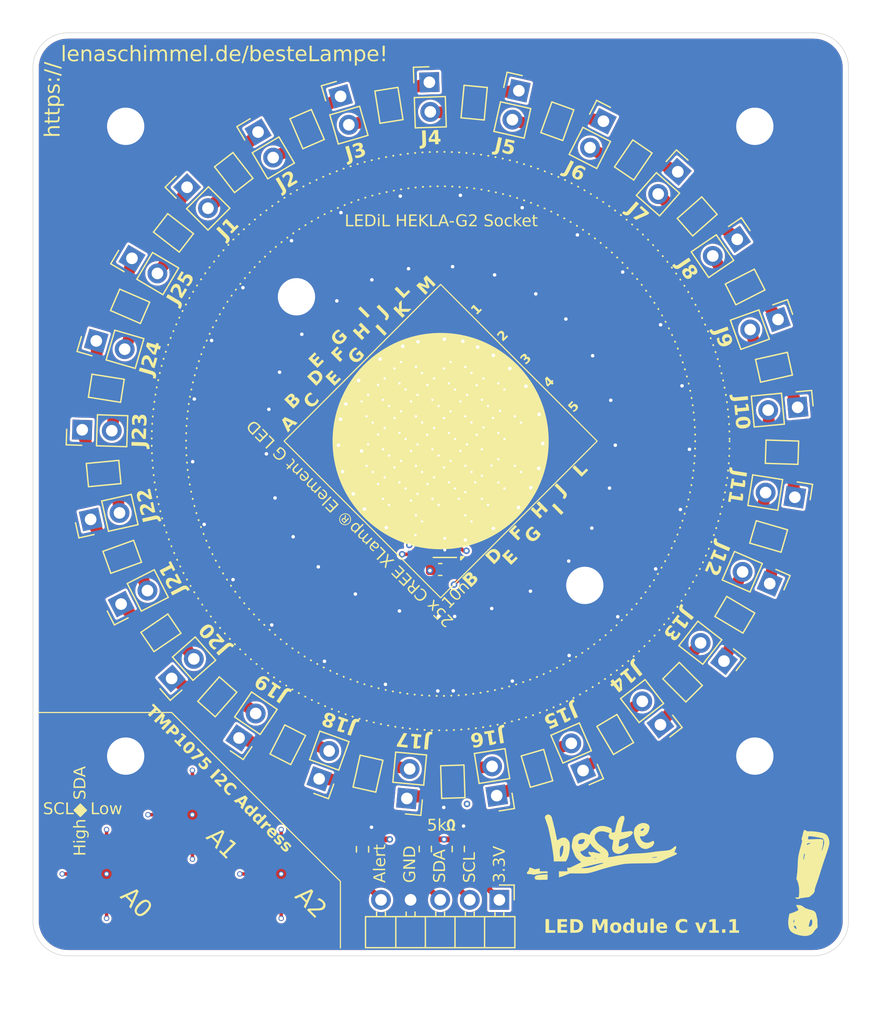
<source format=kicad_pcb>
(kicad_pcb (version 20240108) (generator "pcbnew") (generator_version "8.0")
  (title_block (title "besteLampe! LED Moudule C") (date "2024-03-24") (rev "1.1") (comment 1 "See  https://lenaschimmel.de/besteLampe! for the source and more information") (comment 2 "This source describes Open Hardware and is licensed under the CERN-OHL-S v2.") (comment 3 "Copyright 2024 Lena Schimmel <mail@lenaschimmel.de>"))
  (layers (0 "F.Cu" signal) (1 "In1.Cu" signal) (2 "In2.Cu" signal) (31 "B.Cu" signal) (34 "B.Paste" user) (35 "F.Paste" user) (36 "B.SilkS" user "B.Silkscreen") (37 "F.SilkS" user "F.Silkscreen") (38 "B.Mask" user) (39 "F.Mask" user) (44 "Edge.Cuts" user))
  (net 0 "")
  (net 1 "GND")
  (net 2 "/A_1E")
  (net 3 "/A_1G")
  (net 4 "/A_1I")
  (net 5 "/A_2B")
  (net 6 "/A_2D")
  (net 7 "/A_2F")
  (net 8 "/A_2H")
  (net 9 "/A_2J")
  (net 10 "/A_2L")
  (net 11 "/A_3A")
  (net 12 "/A_3C")
  (net 13 "/A_3E")
  (net 14 "/A_3G")
  (net 15 "/A_3I")
  (net 16 "/A_3K")
  (net 17 "/A_3M")
  (net 18 "/A_4B")
  (net 19 "/A_4D")
  (net 20 "/A_4F")
  (net 21 "/A_4H")
  (net 22 "/A4J")
  (net 23 "/A_4L")
  (net 24 "/A_5E")
  (net 25 "/A_5G")
  (net 26 "/A_5I")
  (net 27 "/K_1E")
  (net 28 "/K_1G")
  (net 29 "/K_1I")
  (net 30 "/K_2B")
  (net 31 "/K_2D")
  (net 32 "/K_2F")
  (net 33 "/K_2H")
  (net 34 "/K_2J")
  (net 35 "/K_2L")
  (net 36 "/K_3A")
  (net 37 "/K_3C")
  (net 38 "/K_3E")
  (net 39 "/K_3G")
  (net 40 "/K_3I")
  (net 41 "/K_3K")
  (net 42 "/K_3M")
  (net 43 "/K_4B")
  (net 44 "/K_4D")
  (net 45 "/K_4H")
  (net 46 "/K_4J")
  (net 47 "/K_4L")
  (net 48 "/K_5E")
  (net 49 "/K_5G")
  (net 50 "/K_5I")
  (net 51 "/K_4F")
  (net 52 "+3.3V")
  (net 53 "/SCL")
  (net 54 "/A0")
  (net 55 "/A1")
  (net 56 "/A2")
  (net 57 "/SDA")
  (net 58 "/ALERT")
  (footprint "Cree XLAMP XE-G LED XEGAVT-H0:XEGAVTH_clean" (layer "F.Cu") (at 95.802298 100.044939 45)
    (property "Reference" "D_2D1" (hide yes))
    (property "Value" "~" (hide yes))
  )
  (footprint "Cree XLAMP XE-G LED XEGAVT-H0:XEGAVTH_clean" (layer "F.Cu") (at 105.701793 102.873366 45)
    (property "Reference" "D_5I1" (hide yes))
    (property "Value" "~" (hide yes))
  )
  (footprint "Cree XLAMP XE-G LED XEGAVT-H0:XEGAVTH_clean" (layer "F.Cu") (at 94.388085 101.459153 45)
    (property "Reference" "D_2B1" (hide yes))
    (property "Value" "~" (hide yes))
  )
  (footprint "Cree XLAMP XE-G LED XEGAVT-H0:XEGAVTH_clean" (layer "F.Cu") (at 100.044939 104.28758 45)
    (property "Reference" "D_4D1" (hide yes))
    (property "Value" "~" (hide yes))
  )
  (footprint "Jumper:SolderJumper-2_P1.3mm_Open_TrianglePad1.0x1.5mm" (layer "F.Cu") (at 71.119914 102.827014 5.4)
    (property "Reference" "B22" (hide yes))
    (property "Value" "~")
  )
  (footprint "Connector_PinHeader_2.54mm:PinHeader_1x02_P2.54mm_Vertical" (layer "F.Cu") (at 130.687308 97.14726 -84.6)
    (property "Reference" "J10")
    (property "Value" "Conn_01x02")
  )
  (footprint "Connector_PinHeader_2.54mm:PinHeader_1x02_P2.54mm_Vertical" (layer "F.Cu") (at 120.39909 76.955494 -41.4)
    (property "Reference" "J7")
    (property "Value" "Conn_01x02")
  )
  (footprint "MountingHole:MountingHole_3.2mm_M3_DIN965_Pad_TopBottom" (layer "F.Cu") (at 73.011594 127.05499 45)
    (property "Reference" "H3" (hide yes))
    (property "Value" "MountingHole_Pad")
  )
  (footprint "Jumper:SolderJumper-2_P1.3mm_Open_TrianglePad1.0x1.5mm" (layer "F.Cu") (at 126.177528 86.831298 -153)
    (property "Reference" "B8" (hide yes))
    (property "Value" "~")
  )
  (footprint "Resistor_SMD:R_0603_1608Metric" (layer "F.Cu") (at 93.340525 135.044709 -90)
    (property "Reference" "R3" (hide yes))
    (property "Value" "5K")
  )
  (footprint "Cree XLAMP XE-G LED XEGAVT-H0:XEGAVTH_clean" (layer "F.Cu") (at 102.873366 101.459153 45)
    (property "Reference" "D_4H1" (hide yes))
    (property "Value" "~" (hide yes))
  )
  (footprint "Jumper:SolderJumper-2_P1.3mm_Open_TrianglePad1.0x1.5mm" (layer "F.Cu") (at 88.58403 73.296806 -66.6)
    (property "Reference" "B2" (hide yes))
    (property "Value" "~")
  )
  (footprint "Connector_PinHeader_2.54mm:PinHeader_1x02_P2.54mm_Vertical" (layer "F.Cu") (at 69.279102 99.077091 88.2)
    (property "Reference" "J23")
    (property "Value" "Conn_01x02")
  )
  (footprint "Connector_PinHeader_2.54mm:PinHeader_1x02_P2.54mm_Vertical" (layer "F.Cu") (at 99.07709 69.279103 1.8)
    (property "Reference" "J4")
    (property "Value" "Conn_01x02")
  )
  (footprint "Cree XLAMP XE-G LED XEGAVT-H0:XEGAVTH_clean" (layer "F.Cu") (at 98.630726 101.459153 45)
    (property "Reference" "D_3E1" (hide yes))
    (property "Value" "~" (hide yes))
  )
  (footprint "Cree XLAMP XE-G LED XEGAVT-H0:XEGAVTH_clean" (layer "F.Cu") (at 102.873366 97.216512 45)
    (property "Reference" "D_3K1" (hide yes))
    (property "Value" "~" (hide yes))
  )
  (footprint "Jumper:SolderJumper-2_P1.3mm_Open_TrianglePad1.0x1.5mm" (layer "F.Cu") (at 73.390641 88.490193 -23.4)
    (property "Reference" "B24" (hide yes))
    (property "Value" "~")
  )
  (footprint "Cree XLAMP XE-G LED XEGAVT-H0:XEGAVTH_clean" (layer "F.Cu") (at 100.044939 95.802298 45)
    (property "Reference" "D_2J1" (hide yes))
    (property "Value" "~" (hide yes))
  )
  (footprint "Connector_PinHeader_2.54mm:PinHeader_1x05_P2.54mm_Horizontal" (layer "F.Cu") (at 105.086594 139.37999 -90)
    (property "Reference" "J26" (hide yes))
    (property "Value" "Conn_01x04_Pin")
  )
  (footprint "Cree XLAMP XE-G LED XEGAVT-H0:XEGAVTH_clean" (layer "F.Cu") (at 102.873366 105.701793 45)
    (property "Reference" "D_5E1" (hide yes))
    (property "Value" "~" (hide yes))
  )
  (footprint "MountingHole:MountingHole_3.2mm_M3_DIN965_Pad_TopBottom" (layer "F.Cu") (at 112.419308 112.419308 45)
    (property "Reference" "H2" (hide yes))
    (property "Value" "MountingHole_Pad")
  )
  (footprint "Jumper:Quadforce" (layer "F.Cu") (at 71.374 137.16)
    (property "Reference" "J27" (hide yes))
    (property "Value" "Conn_01x05")
  )
  (footprint "Connector_PinHeader_2.54mm:PinHeader_1x02_P2.54mm_Vertical" (layer "F.Cu") (at 82.742986 125.501452 145.8)
    (property "Reference" "J19")
    (property "Value" "Conn_01x02")
  )
  (footprint "Cree XLAMP XE-G LED XEGAVT-H0:XEGAVTH_clean" (layer "F.Cu") (at 95.802298 104.28758 45)
    (property "Reference" "D_3A1" (hide yes))
    (property "Value" "~" (hide yes))
  )
  (footprint "Connector_PinHeader_2.54mm:PinHeader_1x02_P2.54mm_Vertical" (layer "F.Cu") (at 78.279167 78.279167 45)
    (property "Reference" "J1")
    (property "Value" "Conn_01x02")
  )
  (footprint "Connector_PinHeader_2.54mm:PinHeader_1x02_P2.54mm_Vertical" (layer "F.Cu") (at 130.444958 104.858966 -99)
    (property "Reference" "J11")
    (property "Value" "Conn_01x02")
  )
  (footprint "Cree XLAMP XE-G LED XEGAVT-H0:XEGAVTH_clean" (layer "F.Cu") (at 104.28758 95.802298 45)
    (property "Reference" "D_3M1" (hide yes))
    (property "Value" "~" (hide yes))
  )
  (footprint "Jumper:SolderJumper-2_P1.3mm_Open_TrianglePad1.0x1.5mm" (layer "F.Cu") (at 82.287314 77.020673 -52.2)
    (property "Reference" "B1" (hide yes))
    (property "Value" "~")
  )
  (footprint "Cree XLAMP XE-G LED XEGAVT-H0:XEGAVTH_clean" (layer "F.Cu") (at 101.459153 94.388085 45)
    (property "Reference" "D_2L1" (hide yes))
    (property "Value" "~" (hide yes))
  )
  (footprint "Resistor_SMD:R_0603_1608Metric" (layer "F.Cu") (at 101.558427 135.02 -90)
    (property "Reference" "R2" (hide yes))
    (property "Value" "5K")
  )
  (footprint "Connector_PinHeader_2.54mm:PinHeader_1x02_P2.54mm_Vertical" (layer "F.Cu") (at 114.017739 72.618734 -27)
    (property "Reference" "J6")
    (property "Value" "Conn_01x02")
  )
  (footprint "Connector_PinHeader_2.54mm:PinHeader_1x02_P2.54mm_Vertical" (layer "F.Cu") (at 125.501452 82.742987 -55.8)
    (property "Reference" "J8")
    (property "Value" "Conn_01x02")
  )
  (footprint "Jumper:SolderJumper-2_P1.3mm_Open_TrianglePad1.0x1.5mm" (layer "F.Cu") (at 128.655547 93.714265 -167.4)
    (property "Reference" "B9" (hide yes))
    (property "Value" "~")
  )
  (footprint "Connector_PinHeader_2.54mm:PinHeader_1x02_P2.54mm_Vertical" (layer "F.Cu") (at 70.005195 106.758361 102.6)
    (property "Reference" "J22")
    (property "Value" "Conn_01x02")
  )
  (footprint "LOGO" (layer "F.Cu") (at 120.63 137.18)
    (property "Reference" "G***" (hide yes))
    (property "Value" "LOGO" (hide yes))
  )
  (footprint "Connector_PinHeader_2.54mm:PinHeader_1x02_P2.54mm_Vertical" (layer "F.Cu") (at 104.858965 130.444959 -171)
    (property "Reference" "J16")
    (property "Value" "Conn_01x02")
  )
  (footprint "Jumper:SolderJumper-2_P1.3mm_Open_TrianglePad1.0x1.5mm" (layer "F.Cu") (at 128.199603 108.222634 163.8)
    (property "Reference" "B11" (hide yes))
    (property "Value" "~")
  )
  (footprint "Jumper:SolderJumper-2_P1.3mm_Open_TrianglePad1.0x1.5mm" (layer "F.Cu") (at 122.065633 80.780831 -138.6)
    (property "Reference" "B7" (hide yes))
    (property "Value" "~")
  )
  (footprint "Connector_PinHeader_2.54mm:PinHeader_1x02_P2.54mm_Vertical" (layer "F.Cu") (at 70.486073 91.456567 73.8)
    (property "Reference" "J24")
    (property "Value" "Conn_01x02")
  )
  (footprint "Jumper:SolderJumper-2_P1.3mm_Open_TrianglePad1.0x1.5mm" (layer "F.Cu") (at 102.920851 71.026077 -95.4)
    (property "Reference" "B4" (hide yes))
    (property "Value" "~")
  )
  (footprint "Jumper:SolderJumper-2_P1.3mm_Open_TrianglePad1.0x1.5mm" (layer "F.Cu") (at 110.06012 72.621893 -109.8)
    (property "Reference" "B5" (hide yes))
    (property "Value" "~")
  )
  (footprint "Resistor_SMD:R_0603_1608Metric" (layer "F.Cu") (at 98.73 135.02 -90)
    (property "Reference" "R1" (hide yes))
    (property "Value" "5K")
  )
  (footprint "Connector_PinHeader_2.54mm:PinHeader_1x02_P2.54mm_Vertical" (layer "F.Cu") (at 106.758361 70.005196 -12.6)
    (property "Reference" "J5")
    (property "Value" "Conn_01x02")
  )
  (footprint "Connector_PinHeader_2.54mm:PinHeader_1x02_P2.54mm_Vertical" (layer "F.Cu") (at 91.456567 70.486073 16.2)
    (property "Reference" "J3")
    (property "Value" "Conn_01x02")
  )
  (footprint "Jumper:Quadforce" (layer "F.Cu") (at 78.74 132.08)
    (property "Reference" "J28" (hide yes))
    (property "Value" "Conn_01x05")
  )
  (footprint "MountingHole:MountingHole_3.2mm_M3_DIN965_Pad_TopBottom" (layer "F.Cu") (at 73.011594 73.05499 45)
    (property "Reference" "H4" (hide yes))
    (property "Value" "MountingHole_Pad")
  )
  (footprint "Cree XLAMP XE-G LED XEGAVT-H0:XEGAVTH_clean" (layer "F.Cu") (at 104.28758 100.044939 45)
    (property "Reference" "D_4J1" (hide yes))
    (property "Value" "~" (hide yes))
  )
  (footprint "Connector_PinHeader_2.54mm:PinHeader_1x02_P2.54mm_Vertical" (layer "F.Cu") (at 84.375618 73.550275 30.6)
    (property "Reference" "J2")
    (property "Value" "Conn_01x02")
  )
  (footprint "Cree XLAMP XE-G LED XEGAVT-H0:XEGAVTH_clean" (layer "F.Cu") (at 100.044939 100.044939 45)
    (property "Reference" "D_3G1" (hide yes))
    (property "Value" "~" (hide yes))
  )
  (footprint "Jumper:SolderJumper-2_P1.3mm_Open_TrianglePad1.0x1.5mm" (layer "F.Cu") (at 72.71573 109.966282 19.8)
    (property "Reference" "B21" (hide yes))
    (property "Value" "~")
  )
  (footprint "Connector_PinHeader_2.54mm:PinHeader_1x02_P2.54mm_Vertical" (layer "F.Cu") (at 97.147259 130.68731 174.6)
    (property "Reference" "J17")
    (property "Value" "Conn_01x02")
  )
  (footprint "Cree XLAMP XE-G LED XEGAVT-H0:XEGAVTH_clean" (layer "F.Cu") (at 105.701793 98.630726 45)
    (property "Reference" "D_4L1" (hide yes))
    (property "Value" "~" (hide yes))
  )
  (footprint "Jumper:SolderJumper-2_P1.3mm_Open_TrianglePad1.0x1.5mm" (layer "F.Cu") (at 77.114511 82.193479 -37.8)
    (property "Reference" "B25" (hide yes))
    (property "Value" "~")
  )
  (footprint "Cree XLAMP XE-G LED XEGAVT-H0:XEGAVTH_clean" (layer "F.Cu") (at 97.216512 94.388085 45)
    (property "Reference" "D_1I1" (hide yes))
    (property "Value" "~" (hide yes))
  )
  (footprint "Jumper:SolderJumper-2_P1.3mm_Open_TrianglePad1.0x1.5mm" (layer "F.Cu") (at 129.343993 100.997248 178.2)
    (property "Reference" "B10" (hide yes))
    (property "Value" "~")
  )
  (footprint "Jumper:SolderJumper-2_P1.3mm_Open_TrianglePad1.0x1.5mm" (layer "F.Cu") (at 86.925134 126.08369 63)
    (property "Reference" "B18" (hide yes))
    (property "Value" "~")
  )
  (footprint "Jumper:SolderJumper-2_P1.3mm_Open_TrianglePad1.0x1.5mm" (layer "F.Cu") (at 108.316468 128.105768 106.2)
    (property "Reference" "B15" (hide yes))
    (property "Value" "~")
  )
  (footprint "Jumper:SolderJumper-2_P1.3mm_Open_TrianglePad1.0x1.5mm" (layer "F.Cu") (at 71.349698 95.515173 -9)
    (property "Reference" "B23" (hide yes))
    (property "Value" "~")
  )
  (footprint "Cree XLAMP XE-G LED XEGAVT-H0:XEGAVTH_clean" (layer "F.Cu") (at 94.388085 97.216512 45)
    (property "Reference" "D_1E1" (hide yes))
    (property "Value" "~" (hide yes))
  )
  (footprint "Jumper:SolderJumper-2_P1.3mm_Open_TrianglePad1.0x1.5mm" (layer "F.Cu") (at 116.578233 75.943038 -124.2)
    (property "Reference" "B6" (hide yes))
    (property "Value" "~")
  )
  (footprint "Cree XLAMP XE-G LED XEGAVT-H0:XEGAVTH_clean" (layer "F.Cu") (at 98.630726 97.216512 45)
    (property "Reference" "D_2H1" (hide yes))
    (property "Value" "~" (hide yes))
  )
  (footprint "MountingHole:MountingHole_3.2mm_M3_DIN965_Pad_TopBottom" (layer "F.Cu") (at 127.011594 73.05499 45)
    (property "Reference" "H5" (hide yes))
    (property "Value" "MountingHole_Pad")
  )
  (footprint "Connector_PinHeader_2.54mm:PinHeader_1x02_P2.54mm_Vertical" (layer "F.Cu") (at 72.618733 114.01774 117)
    (property "Reference" "J21")
    (property "Value" "Conn_01x02")
  )
  (footprint "Connector_PinHeader_2.54mm:PinHeader_1x02_P2.54mm_Vertical" (layer "F.Cu") (at 76.955493 120.399091 131.4)
    (property "Reference" "J20")
    (property "Value" "Conn_01x02")
  )
  (footprint "Cree XLAMP XE-G LED XEGAVT-H0:XEGAVTH_clean" (layer "F.Cu") (at 95.802298 95.802298 45)
    (property "Reference" "D_1G1" (hide yes))
    (property "Value" "~" (hide yes))
  )
  (footprint "Jumper:SolderJumper-2_P1.3mm_Open_TrianglePad1.0x1.5mm" (layer "F.Cu") (at 95.609009 71.25586 -81)
    (property "Reference" "B3" (hide yes))
    (property "Value" "~")
  )
  (footprint "Cree XLAMP XE-G LED XEGAVT-H0:XEGAVTH_clean" (layer "F.Cu") (at 104.28758 104.28758 45)
    (property "Reference" "D_5G1" (hide yes))
    (property "Value" "~" (hide yes))
  )
  (footprint "Connector_PinHeader_2.54mm:PinHeader_1x02_P2.54mm_Vertical" (layer "F.Cu") (at 129.004222 89.61756 -70.2)
    (property "Reference" "J9")
    (property "Value" "Conn_01x02")
  )
  (footprint "Cree XLAMP XE-G LED XEGAVT-H0:XEGAVTH_clean" (layer "F.Cu") (at 101.459153 102.873366 45)
    (property "Reference" "D_4F1" (hide yes))
    (property "Value" "~" (hide yes))
  )
  (footprint "Jumper:SolderJumper-2_P1.3mm_Open_TrianglePad1.0x1.5mm" (layer "F.Cu") (at 80.874667 121.971796 48.6)
    (property "Reference" "B19" (hide yes))
    (property "Value" "~")
  )
  (footprint "Connector_PinHeader_2.54mm:PinHeader_1x02_P2.54mm_Vertical" (layer "F.Cu") (at 89.617559 129.004223 160.2)
    (property "Reference" "J18")
    (property "Value" "Conn_01x02")
  )
  (footprint "Jumper:SolderJumper-2_P1.3mm_Open_TrianglePad1.0x1.5mm" (layer "F.Cu") (at 115.030257 125.200451 120.6)
    (property "Reference" "B14" (hide yes))
    (property "Value" "~")
  )
  (footprint "Jumper:SolderJumper-2_P1.3mm_Open_TrianglePad1.0x1.5mm" (layer "F.Cu") (at 101.091083 129.250157 91.8)
    (property "Reference" "B16" (hide yes))
    (property "Value" "~")
  )
  (footprint "Jumper:Quadforce" (layer "F.Cu") (at 86.36 137.16)
    (property "Reference" "J29" (hide yes))
    (property "Value" "Conn_01x05")
  )
  (footprint "Jumper:SolderJumper-2_P1.3mm_Open_TrianglePad1.0x1.5mm" (layer "F.Cu") (at 76.036873 116.484397 34.2)
    (property "Reference" "B20" (hide yes))
    (property "Value" "~")
  )
  (footprint "Connector_PinHeader_2.54mm:PinHeader_1x02_P2.54mm_Vertical" (layer "F.Cu") (at 128.292399 112.268125 -113.4)
    (property "Reference" "J12")
    (property "Value" "Conn_01x02")
  )
  (footprint "Connector_PinHeader_2.54mm:PinHeader_1x02_P2.54mm_Vertical" (layer "F.Cu") (at 118.90919 124.364883 -142.2)
    (property "Reference" "J14")
    (property "Value" "Conn_01x02")
  )
  (footprint "Jumper:SolderJumper-2_P1.3mm_Open_TrianglePad1.0x1.5mm" (layer "F.Cu") (at 93.808101 128.561712 77.4)
    (property "Reference" "B17" (hide yes))
    (property "Value" "~")
  )
  (footprint "Cree XLAMP XE-G LED XEGAVT-H0:XEGAVTH_clean" (layer "F.Cu") (at 98.630726 105.701793 45)
    (property "Reference" "D_4B1" (hide yes))
    (property "Value" "~" (hide yes))
  )
  (footprint "Cree XLAMP XE-G LED XEGAVT-H0:XEGAVTH_clean" (layer "F.Cu") (at 97.216512 102.873366 45)
    (property "Reference" "D_3C1" (hide yes))
    (property "Value" "~" (hide yes))
  )
  (footprint "MountingHole:MountingHole_3.2mm_M3_DIN965_Pad_TopBottom" (layer "F.Cu") (at 127.011594 127.05499 45)
    (property "Reference" "H6" (hide yes))
    (property "Value" "MountingHole_Pad")
  )
  (footprint "Jumper:SolderJumper-2_P1.3mm_Open_TrianglePad1.0x1.5mm" (layer "F.Cu") (at 120.810596 120.71676 135)
    (property "Reference" "B13" (hide yes))
    (property "Value" "~")
  )
  (footprint "Connector_PinHeader_2.54mm:PinHeader_1x02_P2.54mm_Vertical" (layer "F.Cu") (at 112.268124 128.2924 -156.6)
    (property "Reference" "J15")
    (property "Value" "Conn_01x02")
  )
  (footprint "Cree XLAMP XE-G LED XEGAVT-H0:XEGAVTH_clean" (layer "F.Cu") (at 101.459153 98.630726 45)
    (property "Reference" "D_3I1" (hide yes))
    (property "Value" "~" (hide yes))
  )
  (footprint "Jumper:SolderJumper-2_P1.3mm_Open_TrianglePad1.0x1.5mm" (layer "F.Cu") (at 125.294288 114.936422 149.4)
    (property "Reference" "B12" (hide yes))
    (property "Value" "~")
  )
  (footprint "Connector_PinHeader_2.54mm:PinHeader_1x02_P2.54mm_Vertical" (layer "F.Cu") (at 73.550273 84.375619 59.4)
    (property "Reference" "J25")
    (property "Value" "Conn_01x02")
  )
  (footprint "Package_SON:WSON-8-1EP_2x2mm_P0.5mm_EP0.9x1.6mm_ThermalVias" (layer "F.Cu") (at 100.398493 108.883774 180)
    (property "Reference" "U1" (hide yes))
    (property "Value" "TMP1075DSG")
  )
  (footprint "MountingHole:MountingHole_3.2mm_M3_DIN965_Pad_TopBottom" (layer "F.Cu") (at 87.670571 87.670571 45)
    (property "Reference" "H1" (hide yes))
    (property "Value" "MountingHole_Pad")
  )
  (footprint "Capacitor_SMD:C_0603_1608Metric" (layer "F.Cu") (at 100.011594 111.05499)
    (property "Reference" "C1" (hide yes))
    (property "Value" "0.01uF")
  )
  (footprint "Cree XLAMP XE-G LED XEGAVT-H0:XEGAVTH_clean" (layer "F.Cu") (at 97.216512 98.630726 45)
    (property "Reference" "D_2F1" (hide yes))
    (property "Value" "~" (hide yes))
  )
  (footprint "Connector_PinHeader_2.54mm:PinHeader_1x02_P2.54mm_Vertical" (layer "F.Cu") (at 124.364883 118.909191 -127.8)
    (property "Reference" "J13")
    (property "Value" "Conn_01x02")
  )
  (gr_circle (center 100.044939 100.044939) (end 124.844939 100.044939) (stroke (width 0.15) (type dot)) (fill none) (layer "F.SilkS"))
  (gr_circle (center 100.044939 100.044939) (end 121.894939 100.044939) (stroke (width 0.15) (type dot)) (fill none) (layer "F.SilkS"))
  (gr_line (start 76.962 123.317) (end 65.532 123.317) (stroke (width 0.1)) (layer "F.SilkS"))
  (gr_poly (pts (xy 68.58 131.699) (xy 69.118815 131.160185) (xy 69.657631 131.699) (xy 69.118815 132.237815)) (stroke (width 0.1)) (fill solid) (layer "F.SilkS"))
  (gr_line (start 91.44 137.795) (end 76.959437 123.314437) (stroke (width 0.1)) (layer "F.SilkS"))
  (gr_poly (pts (xy 86.60991 100.044939) (xy 100.044939 86.60991) (xy 113.479968 100.044939) (xy 100.044939 113.479968)) (stroke (width 0.1)) (fill none) (layer "F.SilkS"))
  (gr_circle (center 100.044939 100.044939) (end 109.294939 100.044939) (stroke (width 0.05)) (fill solid) (layer "F.SilkS"))
  (gr_line (start 91.44 143.51) (end 91.44 137.795) (stroke (width 0.1)) (layer "F.SilkS"))
  (gr_line (start 68.061285 65.037095) (end 132.0528 65.037095) (stroke (width 0.05)) (layer "Edge.Cuts"))
  (gr_line (start 65.052783 141.170369) (end 65.052783 68.0371) (stroke (width 0.05)) (layer "Edge.Cuts"))
  (gr_line (start 132.052783 144.179231) (end 68.0528 144.179231) (stroke (width 0.05)) (layer "Edge.Cuts"))
  (gr_line (start 135.052783 68.048589) (end 135.052783 141.1792) (stroke (width 0.05)) (layer "Edge.Cuts"))
  (gr_arc (start 65.052783 68.0371) (mid 65.931463 65.915775) (end 68.061285 65.037095) (stroke (width 0.05)) (layer "Edge.Cuts"))
  (gr_arc (start 68.0528 144.179231) (mid 65.931463 143.300547) (end 65.052783 141.170369) (stroke (width 0.05)) (layer "Edge.Cuts"))
  (gr_arc (start 132.0528 65.037095) (mid 134.174103 65.915775) (end 135.052783 68.048589) (stroke (width 0.05)) (layer "Edge.Cuts"))
  (gr_arc (start 135.052783 141.1792) (mid 134.174103 143.300551) (end 132.052783 144.179231) (stroke (width 0.05)) (layer "Edge.Cuts"))
  (gr_text "E   G    I" (at 91.85 91.66 45) (layer "F.SilkS") (effects (font (size 1.1 1.1) (thickness 0.15) (bold yes)) (justify bottom)))
  (gr_text "SCL" (at 103.156194 137.93 90) (layer "F.SilkS") (effects (font (size 1 1) (thickness 0.1)) (justify left bottom)))
  (gr_text "lenaschimmel.de/besteLampe!" (at 67.437 67.691 0) (layer "F.SilkS") (effects (font (size 1.3 1.3) (thickness 0.14375)) (justify left bottom)))
  (gr_text "Low" (at 69.977 132.207 0) (layer "F.SilkS") (effects (font (size 1 1) (thickness 0.1)) (justify left bottom)))
  (gr_text "A2" (at 87.884 138.684 315) (layer "F.SilkS") (effects (font (size 1.5 1.5) (thickness 0.1)) (justify left)))
  (gr_text "4" (at 109.691493 95.334889 45) (layer "F.SilkS") (effects (font (size 0.8 0.8) (thickness 0.15) (bold yes)) (justify bottom)))
  (gr_text "A   C   E   G    I   K   M" (at 93.46 93.05 45) (layer "F.SilkS") (effects (font (size 1.1 1.1) (thickness 0.15) (bold yes)) (justify bottom)))
  (gr_text "10nF" (at 102.06 113.38 45) (layer "F.SilkS") (effects (font (size 1 1) (thickness 0.1)) (justify bottom)))
  (gr_text "SDA" (at 100.590796 137.93 90) (layer "F.SilkS") (effects (font (size 1 1) (thickness 0.1)) (justify left bottom)))
  (gr_text "Ω" (at 100.93 133.62 0) (layer "F.SilkS") (effects (font (size 1 1) (thickness 0.2) (bold yes)) (justify bottom)))
  (gr_text "High" (at 69.723 135.636 90) (layer "F.SilkS") (effects (font (size 1 1) (thickness 0.1)) (justify left bottom)))
  (gr_text "5k" (at 99.72 133.62 0) (layer "F.SilkS") (effects (font (size 1 1) (thickness 0.1)) (justify bottom)))
  (gr_text "2" (at 105.731696 91.375091 45) (layer "F.SilkS") (effects (font (size 0.8 0.8) (thickness 0.15) (bold yes)) (justify bottom)))
  (gr_text "Alert" (at 95.46 137.93 90) (layer "F.SilkS") (effects (font (size 1 1) (thickness 0.1)) (justify left bottom)))
  (gr_text "LEDiL HEKLA-G2 Socket" (at 100.1 81.8 0) (layer "F.SilkS") (effects (font (size 1 1) (thickness 0.1)) (justify bottom)))
  (gr_text "SCL" (at 65.913 132.207 0) (layer "F.SilkS") (effects (font (size 1 1) (thickness 0.1)) (justify left bottom)))
  (gr_text "SDA" (at 69.723 130.81 90) (layer "F.SilkS") (effects (font (size 1 1) (thickness 0.1)) (justify left bottom)))
  (gr_text "GND" (at 98.025398 137.93 90) (layer "F.SilkS") (effects (font (size 1 1) (thickness 0.1)) (justify left bottom)))
  (gr_text "1" (at 103.468954 89.112349 45) (layer "F.SilkS") (effects (font (size 0.8 0.8) (thickness 0.15) (bold yes)) (justify bottom)))
  (gr_text "3.3V" (at 105.721594 137.93 90) (layer "F.SilkS") (effects (font (size 1 1) (thickness 0.1)) (justify left bottom)))
  (gr_text "B   D   F   H   J   L" (at 92.52 92.42 45) (layer "F.SilkS") (effects (font (size 1.1 1.1) (thickness 0.15) (bold yes)) (justify bottom)))
  (gr_text "25x CREE XLamp® Element G LED" (at 92.72 106.66 135) (layer "F.SilkS") (effects (font (size 1 1) (thickness 0.1)) (justify bottom)))
  (gr_text "https://" (at 67.564 74.041 90) (layer "F.SilkS") (effects (font (size 1.3 1.3) (thickness 0.14375)) (justify left bottom)))
  (gr_text "A1" (at 80.264 133.604 315) (layer "F.SilkS") (effects (font (size 1.5 1.5) (thickness 0.1)) (justify left)))
  (gr_text "5" (at 111.812814 97.456209 45) (layer "F.SilkS") (effects (font (size 0.8 0.8) (thickness 0.15) (bold yes)) (justify bottom)))
  (gr_text "LED Module C v1.1" (at 108.9 142.4 0) (layer "F.SilkS") (effects (font (size 1.15 1.15) (thickness 0.2) (bold yes)) (justify left bottom)))
  (gr_text "TMP1075 I2C Address" (at 81.026 129.032 315) (layer "F.SilkS") (effects (font (size 1 1) (thickness 0.2) (bold yes))))
  (gr_text "3" (at 107.711594 93.35499 45) (layer "F.SilkS") (effects (font (size 0.8 0.8) (thickness 0.15) (bold yes)) (justify bottom)))
  (gr_text "E   G    I" (at 108.48 108.55 45) (layer "F.SilkS") (effects (font (size 1.1 1.1) (thickness 0.15) (bold yes)) (justify bottom)))
  (gr_text "B   D   F   H   J   L" (at 107.79 107.73 45) (layer "F.SilkS") (effects (font (size 1.1 1.1) (thickness 0.15) (bold yes)) (justify bottom)))
  (gr_text "A0" (at 72.898 138.684 315) (layer "F.SilkS") (effects (font (size 1.5 1.5) (thickness 0.1)) (justify left)))
  (segment (start 100.786594 111.05499) (end 100.786594 110.42999) (width 0.5) (layer "F.Cu") (net 1))
  (segment (start 100.786594 110.42999) (end 100.398493 110.041889) (width 0.5) (layer "F.Cu") (net 1))
  (segment (start 100.398493 110.041889) (end 100.398493 109.383773) (width 0.5) (layer "F.Cu") (net 1))
  (via (at 107.363494 95.342679) (size 0.56) (drill 0.3) (layers "F.Cu" "B.Cu") (net 1))
  (via (at 105.525017 95.625522) (size 0.46) (drill 0.2) (layers "F.Cu" "B.Cu") (net 1))
  (via (at 104.110803 97.039735) (size 0.46) (drill 0.2) (layers "F.Cu" "B.Cu") (net 1))
  (via (at 78.761025 101.812706) (size 0.56) (drill 0.3) (layers "F.Cu" "B.Cu") (net 1))
  (via (at 86.221002 94.140598) (size 0.56) (drill 0.3) (layers "F.Cu" "B.Cu") (net 1))
  (via (at 111.782912 82.36727) (size 0.56) (drill 0.3) (layers "F.Cu" "B.Cu") (net 1))
  (via (at 91.630368 102.661234) (size 0.56) (drill 0.3) (layers "F.Cu" "B.Cu") (net 1))
  (via (at 111.04045 110.333343) (size 0.56) (drill 0.3) (layers "F.Cu" "B.Cu") (net 1))
  (via (at 89.544403 110.828318) (size 0.56) (drill 0.3) (layers "F.Cu" "B.Cu") (net 1))
  (via (at 102.16626 93.680978) (size 0.46) (drill 0.2) (layers "F.Cu" "B.Cu") (net 1))
  (via (at 100.752046 95.095192) (size 0.46) (drill 0.2) (layers "F.Cu" "B.Cu") (net 1))
  (via (at 101.282376 95.625522) (size 0.46) (drill 0.2) (layers "F.Cu" "B.Cu") (net 1))
  (via (at 91.488947 80.458081) (size 0.56) (drill 0.3) (layers "F.Cu" "B.Cu") (net 1))
  (via (at 85.089631 101.140955) (size 0.56) (drill 0.3) (layers "F.Cu" "B.Cu") (net 1))
  (via (at 104.429001 114.399207) (size 0.56) (drill 0.3) (layers "F.Cu" "B.Cu") (net 1))
  (via (at 91.913211 96.862959) (size 0.56) (drill 0.3) (layers "F.Cu" "B.Cu") (net 1))
  (via (at 103.580473 96.509405) (size 0.46) (drill 0.2) (layers "F.Cu" "B.Cu") (net 1))
  (via (at 101.070244 85.089631) (size 0.56) (drill 0.3) (layers "F.Cu" "B.Cu") (net 1))
  (via (at 106.93923 98.453949) (size 0.46) (drill 0.2) (layers "F.Cu" "B.Cu") (net 1))
  (via (at 102.69659 94.211308) (size 0.46) (drill 0.2) (layers "F.Cu" "B.Cu") (net 1))
  (via (at 91.276815 100.398493) (size 0.56) (drill 0.3) (layers "F.Cu" "B.Cu") (net 1))
  (via (at 93.009227 94.847704) (size 0.56) (drill 0.3) (layers "F.Cu" "B.Cu") (net 1))
  (via (at 103.22692 91.983922) (size 0.56) (drill 0.3) (layers "F.Cu" "B.Cu") (net 1))
  (via (at 97.039735 99.868162) (size 0.46) (drill 0.2) (layers "F.Cu" "B.Cu") (net 1))
  (via (at 78.902446 96.438695) (size 0.56) (drill 0.3) (layers "F.Cu" "B.Cu") (net 1))
  (via (at 98.453949 98.453949) (size 0.46) (drill 0.2) (layers "F.Cu" "B.Cu") (net 1))
  (via (at 87.246306 82.862244) (size 0.56) (drill 0.3) (layers "F.Cu" "B.Cu") (net 1))
  (via (at 108.45951 102.378392) (size 0.56) (drill 0.3) (layers "F.Cu" "B.Cu") (net 1))
  (via (at 118.500426 111.005094) (size 0.56) (drill 0.3) (layers "F.Cu" "B.Cu") (net 1))
  (via (at 88.13019 90.887906) (size 0.56) (drill 0.3) (layers "F.Cu" "B.Cu") (net 1))
  (via (at 100.752046 99.337832) (size 0.46) (drill 0.2) (layers "F.Cu" "B.Cu") (net 1))
  (via (at 101.13 121.46) (size 0.56) (drill 0.3) (layers "F.Cu" "B.Cu") (net 1))
  (via (at 95.625522 101.282376) (size 0.46) (drill 0.2) (layers "F.Cu" "B.Cu") (net 1))
  (via (at 102.69659 106.93923) (size 0.46) (drill 0.2) (layers "F.Cu" "B.Cu") (net 1))
  (via (at 103.580473 100.752046) (size 0.46) (drill 0.2) (layers "F.Cu" "B.Cu") (net 1))
  (via (at 115.035603 100.398493) (size 0.56) (drill 0.3) (layers "F.Cu" "B.Cu") (net 1))
  (via (at 95.095192 104.994687) (size 0.46) (drill 0.2) (layers "F.Cu" "B.Cu") (net 1))
  (via (at 90.074734 118.92469) (size 0.56) (drill 0.3) (layers "F.Cu" "B.Cu") (net 1))
  (via (at 120.621747 105.913925) (size 0.56) (drill 0.3) (layers "F.Cu" "B.Cu") (net 1))
  (via (at 79.750975 107.186718) (size 0.56) (drill 0.3) (layers "F.Cu" "B.Cu") (net 1))
  (via (at 104.570423 92.691029) (size 0.56) (drill 0.3) (layers "F.Cu" "B.Cu") (net 1))
  (via (at 113.020349 107.504916) (size 0.56) (drill 0.3) (layers "F.Cu" "B.Cu") (net 1))
  (via (at 105.525017 104.110803) (size 0.46) (drill 0.2) (layers "F.Cu" "B.Cu") (net 1))
  (via (at 107.752403 112.914283) (size 0.56) (drill 0.3) (layers "F.Cu" "B.Cu") (net 1))
  (via (at 101.282376 104.110803) (size 0.46) (drill 0.2) (layers "F.Cu" "B.Cu") (net 1))
  (via (at 95.625522 105.525017) (size 0.46) (drill 0.2) (layers "F.Cu" "B.Cu") (net 1))
  (via (at 101.282376 99.868162) (size 0.46) (drill 0.2) (layers "F.Cu" "B.Cu") (net 1))
  (via (at 115.671999 85.54925) (size 0.56) (drill 0.3) (layers "F.Cu" "B.Cu") (net 1))
  (via (at 97.287223 85.266407) (size 0.56) (drill 0.3) (layers "F.Cu" "B.Cu") (net 1))
  (via (at 108.813063 100.257071) (size 0.56) (drill 0.3) (layers "F.Cu" "B.Cu") (net 1))
  (via (at 85.832093 104.923976) (size 0.56) (drill 0.3) (layers "F.Cu" "B.Cu") (net 1))
  (via (at 97.923619 102.16626) (size 0.46) (drill 0.2) (layers "F.Cu" "B.Cu") (net 1))
  (via (at 102.011594 133.05499) (size 0.56) (drill 0.3) (layers "F.Cu" "B.Cu") (net 1))
  (via (at 118.92469 90.074734) (size 0.56) (drill 0.3) (layers "F.Cu" "B.Cu") (net 1))
  (via (at 100.363137 91.31217) (size 0.56) (drill 0.3) (layers "F.Cu" "B.Cu") (net 1))
  (via (at 102.16626 97.923619) (size 0.46) (drill 0.2) (layers "F.Cu" "B.Cu") (net 1))
  (via (at 85.301763 97.322578) (size 0.56) (drill 0.3) (layers "F.Cu" "B.Cu") (net 1))
  (via (at 104.570423 107.540271) (size 0.56) (drill 0.3) (layers "F.Cu" "B.Cu") (net 1))
  (via (at 115.247735 115.106314) (size 0.56) (drill 0.3) (layers "F.Cu" "B.Cu") (net 1))
  (via (at 97.039735 104.110803) (size 0.46) (drill 0.2) (layers "F.Cu" "B.Cu") (net 1))
  (via (at 101.954127 91.488947) (size 0.56) (drill 0.3) (layers "F.Cu" "B.Cu") (net 1))
  (via (at 105.525017 99.868162) (size 0.46) (drill 0.2) (layers "F.Cu" "B.Cu") (net 1))
  (via (at 99.8 121.47) (size 0.56) (drill 0.3) (layers "F.Cu" "B.Cu") (net 1))
  (via (at 87.387728 108.247378) (size 0.56) (drill 0.3) (layers "F.Cu" "B.Cu") (net 1))
  (via (at 102.16626 102.16626) (size 0.46) (drill 0.2) (layers "F.Cu" "B.Cu") (net 1))
  (via (at 93.680978 102.16626) (size 0.46) (drill 0.2) (layers "F.Cu" "B.Cu") (net 1))
  (via (at 99.85 115.08) (size 0.56) (drill 0.3) (layers "F.Cu" "B.Cu") (net 1))
  (via (at 106.727098 105.737149) (size 0.56) (drill 0.3) (layers "F.Cu" "B.Cu") (net 1))
  (via (at 104.994687 99.337832) (size 0.46) (drill 0.2) (layers "F.Cu" "B.Cu") (net 1))
  (via (at 108.212023 87.423083) (size 0.56) (drill 0.3) (layers "F.Cu" "B.Cu") (net 1))
  (via (at 99.337832 104.994687) (size 0.46) (drill 0.2) (layers "F.Cu" "B.Cu") (net 1))
  (via (at 97.923619 97.923619) (size 0.46) (drill 0.2) (layers "F.Cu" "B.Cu") (net 1))
  (via (at 95.307324 120.904589) (size 0.56) (drill 0.3) (layers "F.Cu" "B.Cu") (net 1))
  (via (at 104.110803 105.525017) (size 0.46) (drill 0.2) (layers "F.Cu" "B.Cu") (net 1))
  (via (at 92.726384 113.16177) (size 0.56) (drill 0.3) (layers "F.Cu" "B.Cu") (net 1))
  (via (at 104.994687 103.580473) (size 0.46) (drill 0.2) (layers "F.Cu" "B.Cu") (net 1))
  (via (at 94.140598 86.221002) (size 0.56) (drill 0.3) (layers "F.Cu" "B.Cu") (net 1))
  (via (at 107.787758 104.040092) (size 0.56) (drill 0.3) (layers "F.Cu" "B.Cu") (net 1))
  (via (at 99.337832 100.752046) (size 0.46) (drill 0.2) (layers "F.Cu" "B.Cu") (net 1))
  (via (at 106.4089 102.16626) (size 0.46) (drill 0.2) (layers "F.Cu" "B.Cu") (net 1))
  (via (at 98.453949 102.69659) (size 0.46) (drill 0.2) (layers "F.Cu" "B.Cu") (net 1))
  (via (at 106.196768 120.621747) (size 0.56) (drill 0.3) (layers "F.Cu" "B.Cu") (net 1))
  (via (at 102.69659 98.453949) (size 0.46) (drill 0.2) (layers "F.Cu" "B.Cu") (net 1))
  (via (at 95.095192 100.752046) (size 0.46) (drill 0.2) (layers "F.Cu" "B.Cu") (net 1))
  (via (at 98.100396 91.524302) (size 0.56) (drill 0.3) (layers "F.Cu" "B.Cu") (net 1))
  (via (at 102.69659 102.69659) (size 0.46) (drill 0.2) (layers "F.Cu" "B.Cu") (net 1))
  (via (at 94.111594 133.15499) (size 0.56) (drill 0.3) (layers "F.Cu" "B.Cu") (net 1))
  (via (at 114.646694 96.544761) (size 0.56) (drill 0.3) (layers "F.Cu" "B.Cu") (net 1))
  (via (at 93.504201 105.87857) (size 0.56) (drill 0.3) (layers "F.Cu" "B.Cu") (net 1))
  (via (at 99.868162 97.039735) (size 0.46) (drill 0.2) (layers "F.Cu" "B.Cu") (net 1))
  (via (at 91.135394 88.024124) (size 0.56) (drill 0.3) (layers "F.Cu" "B.Cu") (net 1))
  (via (at 96.509405 95.095192) (size 0.46) (drill 0.2) (layers "F.Cu" "B.Cu") (net 1))
  (via (at 108.494865 97.746842) (size 0.56) (drill 0.3) (layers "F.Cu" "B.Cu") (net 1))
  (via (at 101.25 115.08) (size 0.56) (drill 0.3) (layers "F.Cu" "B.Cu") (net 1))
  (via (at 95.625522 97.039735) (size 0.46) (drill 0.2) (layers "F.Cu" "B.Cu") (net 1))
  (via (at 99.868162 105.525017) (size 0.46) (drill 0.2) (layers "F.Cu" "B.Cu") (net 1))
  (via (at 91.453592 98.171106) (size 0.56) (drill 0.3) (layers "F.Cu" "B.Cu") (net 1))
  (via (at 82.225848 111.924333) (size 0.56) (drill 0.3) (layers "F.Cu" "B.Cu") (net 1))
  (via (at 111.075805 118.429715) (size 0.56) (drill 0.3) (layers "F.Cu" "B.Cu") (net 1))
  (via (at 98.453949 106.93923) (size 0.46) (drill 0.2) (layers "F.Cu" "B.Cu") (net 1))
  (via (at 96.509405 103.580473) (size 0.46) (drill 0.2) (layers "F.Cu" "B.Cu") (net 1))
  (via (at 97.039735 95.625522) (size 0.46) (drill 0.2) (layers "F.Cu" "B.Cu") (net 1))
  (via (at 96.509405 114.611339) (size 0.56) (drill 0.3) (layers "F.Cu" "B.Cu") (net 1))
  (via (at 96.792248 91.913211) (size 0.56) (drill 0.3) (layers "F.Cu" "B.Cu") (net 1))
  (via (at 103.580473 104.994687) (size 0.46) (drill 0.2) (layers "F.Cu" "B.Cu") (net 1))
  (via (at 80.387371 91.418236) (size 0.56) (drill 0.3) (layers "F.Cu" "B.Cu") (net 1))
  (via (at 94.211308 98.453949) (size 0.46) (drill 0.2) (layers "F.Cu" "B.Cu") (net 1))
  (via (at 114.540628 104.075448) (size 0.56) (drill 0.3) (layers "F.Cu" "B.Cu") (net 1))
  (via (at 85.54925 115.81342) (size 0.56) (drill 0.3) (layers "F.Cu" "B.Cu") (net 1))
  (via (at 107.045296 80.033817) (size 0.56) (drill 0.3) (layers "F.Cu" "B.Cu") (net 1))
  (via (at 104.676489 85.796738) (size 0.56) (drill 0.3) (layers "F.Cu" "B.Cu") (net 1))
  (via (at 110.792962 89.579759) (size 0.56) (drill 0.3) (layers "F.Cu" "B.Cu") (net 1))
  (via (at 97.923619 93.680978) (size 0.46) (drill 0.2) (layers "F.Cu" "B.Cu") (net 1))
  (via (at 104.994687 95.095192) (size 0.46) (drill 0.2) (layers "F.Cu" "B.Cu") (net 1))
  (via (at 92.549607 104.570423) (size 0.56) (drill 0.3) (layers "F.Cu" "B.Cu") (net 1))
  (via (at 96.509405 99.337832) (size 0.46) (drill 0.2) (layers "F.Cu" "B.Cu") (net 1))
  (via (at 121.399564 100.752046) (size 0.56) (drill 0.3) (layers "F.Cu" "B.Cu") (net 1))
  (via (at 100.311594 131.45499) (size 0.56) (drill 0.3) (layers "F.Cu" "B.Cu") (net 1))
  (via (at 100.752046 103.580473) (size 0.46) (drill 0.2) (layers "F.Cu" "B.Cu") (net 1))
  (via (at 99.868162 101.282376) (size 0.46) (drill 0.2) (layers "F.Cu" "B.Cu") (net 1))
  (via (at 83.074376 86.892753) (size 0.56) (drill 0.3) (layers "F.Cu" "B.Cu") (net 1))
  (via (at 96.580116 79.043868) (size 0.56) (drill 0.3) (layers "F.Cu" "B.Cu") (net 1))
  (via (at 106.93923 102.69659) (size 0.46) (drill 0.2) (layers "F.Cu" "B.Cu") (net 1))
  (via (at 120.763168 95.307324) (size 0.56) (drill 0.3) (layers "F.Cu" "B.Cu") (net 1))
  (via (at 102.16626 106.4089) (size 0.46) (drill 0.2) (layers "F.Cu" "B.Cu") (net 1))
  (via (at 94.211308 102.69659) (size 0.46) (drill 0.2) (layers "F.Cu" "B.Cu") (net 1))
  (via (at 113.091059 92.726384) (size 0.56) (drill 0.3) (layers "F.Cu" "B.Cu") (net 1))
  (via (at 95.095192 96.509405) (size 0.46) (drill 0.2) (layers "F.Cu" "B.Cu") (net 1))
  (via (at 94.847704 93.009227) (size 0.56) (drill 0.3) (layers "F.Cu" "B.Cu") (net 1))
  (via (at 98.453949 94.211308) (size 0.46) (drill 0.2) (layers "F.Cu" "B.Cu") (net 1))
  (via (at 105.984636 93.8224) (size 0.56) (drill 0.3) (layers "F.Cu" "B.Cu") (net 1))
  (via (at 99.337832 96.509405) (size 0.46) (drill 0.2) (layers "F.Cu" "B.Cu") (net 1))
  (via (at 101.741995 78.973157) (size 0.56) (drill 0.3) (layers "F.Cu" "B.Cu") (net 1))
  (via (at 97.923619 106.4089) (size 0.46) (drill 0.2) (layers "F.Cu" "B.Cu") (net 1))
  (via (at 95.378034 107.46956) (size 0.56) (drill 0.3) (layers "F.Cu" "B.Cu") (net 1))
  (via (at 106.4089 97.923619) (size 0.46) (drill 0.2) (layers "F.Cu" "B.Cu") (net 1))
  (via (at 93.680978 97.923619) (size 0.46) (drill 0.2) (layers "F.Cu" "B.Cu") (net 1))
  (segment (start 93.256714 96.693253) (end 93.256714 96.650827) (width 0.5) (layer "F.Cu") (net 2))
  (segment (start 72.725268 88.20226) (end 73.550273 84.375619) (width 1) (layer "F.Cu") (net 2))
  (segment (start 93.546628 96.983167) (end 93.256714 96.693253) (width 0.5) (layer "F.Cu") (net 2))
  (via (at 93.256714 96.650827) (size 0.46) (drill 0.2) (layers "F.Cu" "B.Cu") (net 2))
  (segment (start 94.960841 95.568953) (end 94.670928 95.279039) (width 0.5) (layer "F.Cu") (net 3))
  (segment (start 94.670928 95.279039) (end 94.670928 95.236613) (width 0.5) (layer "F.Cu") (net 3))
  (segment (start 76.541649 81.749121) (end 78.279167 78.279167) (width 1) (layer "F.Cu") (net 3))
  (via (at 94.670928 95.236613) (size 0.46) (drill 0.2) (layers "F.Cu" "B.Cu") (net 3))
  (segment (start 96.085141 93.864826) (end 96.085141 93.8224) (width 0.5) (layer "F.Cu") (net 4))
  (segment (start 96.375055 94.15474) (end 96.085141 93.864826) (width 0.5) (layer "F.Cu") (net 4))
  (segment (start 81.842956 76.447811) (end 84.375618 73.550275) (width 1) (layer "F.Cu") (net 4))
  (via (at 96.085141 93.8224) (size 0.46) (drill 0.2) (layers "F.Cu" "B.Cu") (net 4))
  (segment (start 72.033593 110.211868) (end 70.005195 106.758361) (width 1) (layer "F.Cu") (net 5))
  (segment (start 93.256714 100.935894) (end 93.256714 100.893467) (width 0.5) (layer "F.Cu") (net 5))
  (segment (start 93.546628 101.225808) (end 93.256714 100.935894) (width 0.5) (layer "F.Cu") (net 5))
  (via (at 93.256714 100.893467) (size 0.56) (drill 0.3) (layers "F.Cu" "B.Cu") (net 5))
  (segment (start 94.670928 99.52168) (end 94.670928 99.479254) (width 0.5) (layer "F.Cu") (net 6))
  (segment (start 70.398132 102.895244) (end 69.279102 99.077091) (width 1) (layer "F.Cu") (net 6))
  (segment (start 94.960841 99.811594) (end 94.670928 99.52168) (width 0.5) (layer "F.Cu") (net 6))
  (via (at 94.670928 99.479254) (size 0.46) (drill 0.2) (layers "F.Cu" "B.Cu") (net 6))
  (segment (start 96.085141 98.107467) (end 96.085141 98.06504) (width 0.5) (layer "F.Cu") (net 7))
  (segment (start 70.633623 95.401758) (end 70.486073 91.456567) (width 1) (layer "F.Cu") (net 7))
  (segment (start 96.375055 98.39738) (end 96.085141 98.107467) (width 0.5) (layer "F.Cu") (net 7))
  (via (at 96.085141 98.06504) (size 0.46) (drill 0.2) (layers "F.Cu" "B.Cu") (net 7))
  (segment (start 88.296098 72.631433) (end 91.456567 70.486073) (width 1) (layer "F.Cu") (net 8))
  (segment (start 97.499355 96.693253) (end 97.499355 96.650827) (width 0.5) (layer "F.Cu") (net 8))
  (segment (start 97.789269 96.983167) (end 97.499355 96.693253) (width 0.5) (layer "F.Cu") (net 8))
  (via (at 97.499355 96.650827) (size 0.46) (drill 0.2) (layers "F.Cu" "B.Cu") (net 8))
  (segment (start 99.203482 95.568953) (end 98.913568 95.279039) (width 0.5) (layer "F.Cu") (net 9))
  (segment (start 95.495594 70.539786) (end 99.07709 69.279103) (width 1) (layer "F.Cu") (net 9))
  (segment (start 98.913568 95.279039) (end 98.913568 95.236613) (width 0.5) (layer "F.Cu") (net 9))
  (via (at 98.913568 95.236613) (size 0.46) (drill 0.2) (layers "F.Cu" "B.Cu") (net 9))
  (segment (start 100.617696 94.15474) (end 100.327782 93.864826) (width 0.5) (layer "F.Cu") (net 10))
  (segment (start 100.327782 93.864826) (end 100.327782 93.8224) (width 0.5) (layer "F.Cu") (net 10))
  (segment (start 102.989081 70.304295) (end 106.758361 70.005196) (width 1) (layer "F.Cu") (net 10))
  (via (at 100.327782 93.8224) (size 0.46) (drill 0.2) (layers "F.Cu" "B.Cu") (net 10))
  (segment (start 94.670928 103.764321) (end 94.670928 103.721894) (width 0.5) (layer "F.Cu") (net 11))
  (segment (start 86.595991 126.72967) (end 82.742986 125.501452) (width 1) (layer "F.Cu") (net 11))
  (segment (start 94.960841 104.054235) (end 94.670928 103.764321) (width 0.5) (layer "F.Cu") (net 11))
  (via (at 94.670928 103.721894) (size 0.46) (drill 0.2) (layers "F.Cu" "B.Cu") (net 11))
  (segment (start 80.395216 122.515627) (end 76.955493 120.399091) (width 1) (layer "F.Cu") (net 12))
  (segment (start 96.375055 102.640021) (end 96.085141 102.350107) (width 0.5) (layer "F.Cu") (net 12))
  (segment (start 96.085141 102.350107) (end 96.085141 102.307681) (width 0.5) (layer "F.Cu") (net 12))
  (via (at 96.085141 102.307681) (size 0.46) (drill 0.2) (layers "F.Cu" "B.Cu") (net 12))
  (segment (start 97.499355 100.935894) (end 97.499355 100.893467) (width 0.5) (layer "F.Cu") (net 13))
  (segment (start 97.789269 101.225808) (end 97.499355 100.935894) (width 0.5) (layer "F.Cu") (net 13))
  (segment (start 75.437239 116.891907) (end 72.618733 114.01774) (width 1) (layer "F.Cu") (net 13))
  (via (at 97.499355 100.893467) (size 0.46) (drill 0.2) (layers "F.Cu" "B.Cu") (net 13))
  (segment (start 98.892355 99.500467) (end 99.203482 99.811594) (width 0.5) (layer "F.Cu") (net 14))
  (segment (start 128.895815 108.424903) (end 128.292399 112.268125) (width 1) (layer "F.Cu") (net 14))
  (via (at 98.892355 99.500467) (size 0.46) (drill 0.2) (layers "F.Cu" "B.Cu") (net 14))
  (segment (start 110.305705 71.939755) (end 114.017739 72.618734) (width 1) (layer "F.Cu") (net 15))
  (segment (start 100.617696 98.39738) (end 100.327782 98.107467) (width 0.5) (layer "F.Cu") (net 15))
  (segment (start 100.327782 98.107467) (end 100.327782 98.06504) (width 0.5) (layer "F.Cu") (net 15))
  (via (at 100.327782 98.06504) (size 0.46) (drill 0.2) (layers "F.Cu" "B.Cu") (net 15))
  (segment (start 102.031909 96.983167) (end 101.741995 96.693253) (width 0.5) (layer "F.Cu") (net 16))
  (segment (start 101.741995 96.693253) (end 101.741995 96.650827) (width 0.5) (layer "F.Cu") (net 16))
  (segment (start 116.985744 75.343404) (end 120.39909 76.955494) (width 1) (layer "F.Cu") (net 16))
  (via (at 101.741995 96.650827) (size 0.46) (drill 0.2) (layers "F.Cu" "B.Cu") (net 16))
  (segment (start 103.134996 95.257826) (end 103.446123 95.568953) (width 0.5) (layer "F.Cu") (net 17))
  (segment (start 125.501452 82.742987) (end 122.609464 80.301381) (width 1) (layer "F.Cu") (net 17))
  (via (at 103.134996 95.257826) (size 0.46) (drill 0.2) (layers "F.Cu" "B.Cu") (net 17))
  (segment (start 97.499355 105.178534) (end 97.789269 105.468448) (width 0.5) (layer "F.Cu") (net 18))
  (segment (start 93.649948 129.269252) (end 89.617559 129.004223) (width 1) (layer "F.Cu") (net 18))
  (segment (start 97.499355 105.136108) (end 97.499355 105.178534) (width 0.5) (layer "F.Cu") (net 18))
  (via (at 97.499355 105.136108) (size 0.46) (drill 0.2) (layers "F.Cu" "B.Cu") (net 18))
  (segment (start 97.147259 130.68731) (end 101.113855 129.974799) (width 1) (layer "F.Cu") (net 19))
  (segment (start 98.913568 103.721894) (end 98.913568 103.764321) (width 0.5) (layer "F.Cu") (net 19))
  (segment (start 98.913568 103.764321) (end 99.203482 104.054235) (width 0.5) (layer "F.Cu") (net 19))
  (via (at 98.913568 103.721894) (size 0.46) (drill 0.2) (layers "F.Cu" "B.Cu") (net 19))
  (segment (start 100.327782 102.350107) (end 100.617696 102.640021) (width 0.5) (layer "F.Cu") (net 20))
  (segment (start 100.327782 102.307681) (end 100.327782 102.350107) (width 0.5) (layer "F.Cu") (net 20))
  (segment (start 108.518737 128.801981) (end 104.858965 130.444959) (width 1) (layer "F.Cu") (net 20))
  (via (at 100.327782 102.307681) (size 0.46) (drill 0.2) (layers "F.Cu" "B.Cu") (net 20))
  (segment (start 101.741995 100.893467) (end 101.741995 100.935894) (width 0.5) (layer "F.Cu") (net 21))
  (segment (start 130.068636 101.02002) (end 130.444958 104.858966) (width 1) (layer "F.Cu") (net 21))
  (segment (start 101.741995 100.935894) (end 102.031909 101.225808) (width 0.5) (layer "F.Cu") (net 21))
  (via (at 101.741995 100.893467) (size 0.46) (drill 0.2) (layers "F.Cu" "B.Cu") (net 21))
  (segment (start 103.134996 99.500467) (end 103.446123 99.811594) (width 0.5) (layer "F.Cu") (net 22))
  (segment (start 129.363087 93.556111) (end 130.687308 97.14726) (width 1) (layer "F.Cu") (net 22))
  (via (at 103.134996 99.500467) (size 0.46) (drill 0.2) (layers "F.Cu" "B.Cu") (net 22))
  (segment (start 104.527996 98.06504) (end 104.860336 98.39738) (width 0.5) (layer "F.Cu") (net 23))
  (segment (start 126.823508 86.502155) (end 129.004222 89.61756) (width 1) (layer "F.Cu") (net 23))
  (via (at 104.527996 98.06504) (size 0.46) (drill 0.2) (layers "F.Cu" "B.Cu") (net 23))
  (segment (start 115.399312 125.824489) (end 112.268124 128.2924) (width 1) (layer "F.Cu") (net 24))
  (segment (start 101.600574 104.994687) (end 101.600574 105.037113) (width 0.5) (layer "F.Cu") (net 24))
  (segment (start 101.600574 105.037113) (end 102.031909 105.468448) (width 0.5) (layer "F.Cu") (net 24))
  (via (at 101.600574 104.994687) (size 0.46) (drill 0.2) (layers "F.Cu" "B.Cu") (net 24))
  (segment (start 103.014788 103.580473) (end 103.014788 103.622899) (width 0.5) (layer "F.Cu") (net 25))
  (segment (start 103.014788 103.622899) (end 103.446123 104.054235) (width 0.5) (layer "F.Cu") (net 25))
  (segment (start 121.323249 121.229412) (end 118.90919 124.364883) (width 1) (layer "F.Cu") (net 25))
  (via (at 103.014788 103.580473) (size 0.46) (drill 0.2) (layers "F.Cu" "B.Cu") (net 25))
  (segment (start 125.918325 115.305477) (end 124.364883 118.909191) (width 1) (layer "F.Cu") (net 26))
  (segment (start 104.407788 102.145046) (end 104.407788 102.187473) (width 0.5) (layer "F.Cu") (net 26))
  (segment (start 104.407788 102.187473) (end 104.860336 102.640021) (width 0.5) (layer "F.Cu") (net 26))
  (via (at 104.407788 102.145046) (size 0.46) (drill 0.2) (layers "F.Cu" "B.Cu") (net 26))
  (segment (start 75.736557 85.668584) (end 77.870185 82.820649) (width 1) (layer "F.Cu") (net 27))
  (segment (start 94.15474 96.375055) (end 93.864826 96.085141) (width 0.5) (layer "F.Cu") (net 27))
  (segment (start 93.864826 96.085141) (end 93.8224 96.085141) (width 0.5) (layer "F.Cu") (net 27))
  (via (at 93.8224 96.085141) (size 0.46) (drill 0.2) (layers "F.Cu" "B.Cu") (net 27))
  (segment (start 95.568953 94.960841) (end 95.279039 94.670928) (width 0.5) (layer "F.Cu") (net 28))
  (segment (start 80.075218 80.075218) (end 82.914311 77.776174) (width 1) (layer "F.Cu") (net 28))
  (segment (start 95.279039 94.670928) (end 95.236613 94.670928) (width 0.5) (layer "F.Cu") (net 28))
  (via (at 95.236613 94.670928) (size 0.46) (drill 0.2) (layers "F.Cu" "B.Cu") (net 28))
  (segment (start 96.983167 93.546628) (end 96.693253 93.256714) (width 0.5) (layer "F.Cu") (net 29))
  (segment (start 85.668583 75.736559) (end 89.074541 74.164758) (width 1) (layer "F.Cu") (net 29))
  (segment (start 96.693253 93.256714) (end 96.650827 93.256714) (width 0.5) (layer "F.Cu") (net 29))
  (via (at 96.650827 93.256714) (size 0.46) (drill 0.2) (layers "F.Cu" "B.Cu") (net 29))
  (segment (start 93.864826 100.327782) (end 93.8224 100.327782) (width 0.5) (layer "F.Cu") (net 30))
  (segment (start 72.484024 106.204277) (end 72.098667 102.758784) (width 1) (layer "F.Cu") (net 30))
  (segment (start 94.15474 100.617696) (end 93.864826 100.327782) (width 0.5) (layer "F.Cu") (net 30))
  (via (at 93.8224 100.327782) (size 0.46) (drill 0.2) (layers "F.Cu" "B.Cu") (net 30))
  (segment (start 95.279039 98.913568) (end 95.236613 98.913568) (width 0.5) (layer "F.Cu") (net 31))
  (segment (start 71.817849 99.156874) (end 72.326 95.628588) (width 1) (layer "F.Cu") (net 31))
  (segment (start 95.568953 99.203482) (end 95.279039 98.913568) (width 0.5) (layer "F.Cu") (net 31))
  (via (at 95.236613 98.913568) (size 0.46) (drill 0.2) (layers "F.Cu" "B.Cu") (net 31))
  (segment (start 96.693253 97.499355) (end 96.650827 97.499355) (width 0.5) (layer "F.Cu") (net 32))
  (segment (start 96.983167 97.789269) (end 96.693253 97.499355) (width 0.5) (layer "F.Cu") (net 32))
  (segment (start 72.925219 92.165205) (end 74.258613 88.980725) (width 1) (layer "F.Cu") (net 32))
  (via (at 96.650827 97.499355) (size 0.46) (drill 0.2) (layers "F.Cu" "B.Cu") (net 32))
  (segment (start 92.165205 72.925219) (end 95.722424 72.23247) (width 1) (layer "F.Cu") (net 33))
  (segment (start 98.107467 96.085141) (end 98.06504 96.085141) (width 0.5) (layer "F.Cu") (net 33))
  (segment (start 98.39738 96.375055) (end 98.107467 96.085141) (width 0.5) (layer "F.Cu") (net 33))
  (via (at 98.06504 96.085141) (size 0.46) (drill 0.2) (layers "F.Cu" "B.Cu") (net 33))
  (segment (start 99.156873 71.81785) (end 102.852621 72.004646) (width 1) (layer "F.Cu") (net 34))
  (segment (start 99.52168 94.670928) (end 99.479254 94.670928) (width 0.5) (layer "F.Cu") (net 34))
  (segment (start 99.811594 94.960841) (end 99.52168 94.670928) (width 0.5) (layer "F.Cu") (net 34))
  (via (at 99.479254 94.670928) (size 0.46) (drill 0.2) (layers "F.Cu" "B.Cu") (net 34))
  (segment (start 101.225808 93.546628) (end 100.935894 93.256714) (width 0.5) (layer "F.Cu") (net 35))
  (segment (start 106.204277 72.484025) (end 109.814535 73.58549) (width 1) (layer "F.Cu") (net 35))
  (segment (start 100.935894 93.256714) (end 100.893467 93.256714) (width 0.5) (layer "F.Cu") (net 35))
  (via (at 100.893467 93.256714) (size 0.46) (drill 0.2) (layers "F.Cu" "B.Cu") (net 35))
  (segment (start 95.279039 103.156209) (end 95.236613 103.156209) (width 0.5) (layer "F.Cu") (net 36))
  (segment (start 95.568953 103.446123) (end 95.279039 103.156209) (width 0.5) (layer "F.Cu") (net 36))
  (segment (start 84.170678 123.400667) (end 81.535026 121.247057) (width 1) (layer "F.Cu") (net 36))
  (via (at 95.236613 103.156209) (size 0.46) (drill 0.2) (layers "F.Cu" "B.Cu") (net 36))
  (segment (start 96.983167 102.031909) (end 96.693253 101.741995) (width 0.5) (layer "F.Cu") (net 37))
  (segment (start 96.693253 101.741995) (end 96.650827 101.741995) (width 0.5) (layer "F.Cu") (net 37))
  (segment (start 78.860775 118.719359) (end 76.822195 115.891199) (width 1) (layer "F.Cu") (net 37))
  (via (at 96.650827 101.741995) (size 0.46) (drill 0.2) (layers "F.Cu" "B.Cu") (net 37))
  (segment (start 98.107467 100.327782) (end 98.06504 100.327782) (width 0.5) (layer "F.Cu") (net 38))
  (segment (start 98.39738 100.617696) (end 98.107467 100.327782) (width 0.5) (layer "F.Cu") (net 38))
  (segment (start 74.88189 112.864604) (end 73.679419 109.720696) (width 1) (layer "F.Cu") (net 38))
  (via (at 98.06504 100.327782) (size 0.46) (drill 0.2) (layers "F.Cu" "B.Cu") (net 38))
  (segment (start 99.479254 98.913568) (end 99.52168 98.913568) (width 0.5) (layer "F.Cu") (net 39))
  (segment (start 99.52168 98.913568) (end 99.811594 99.203482) (width 0.5) (layer "F.Cu") (net 39))
  (segment (start 125.961304 111.259369) (end 124.479947 114.377062) (width 1) (layer "F.Cu") (net 39))
  (via (at 99.479254 98.913568) (size 0.46) (drill 0.2) (layers "F.Cu" "B.Cu") (net 39))
  (segment (start 100.935894 97.499355) (end 100.893467 97.499355) (width 0.5) (layer "F.Cu") (net 40))
  (segment (start 101.225808 97.789269) (end 100.935894 97.499355) (width 0.5) (layer "F.Cu") (net 40))
  (segment (start 112.864603 74.881891) (end 115.984774 76.728619) (width 1) (layer "F.Cu") (net 40))
  (via (at 100.893467 97.499355) (size 0.46) (drill 0.2) (layers "F.Cu" "B.Cu") (net 40))
  (segment (start 118.719358 78.860776) (end 121.34098 81.441102) (width 1) (layer "F.Cu") (net 41))
  (segment (start 102.640021 96.375055) (end 102.350107 96.085141) (width 0.5) (layer "F.Cu") (net 41))
  (segment (start 102.350107 96.085141) (end 102.307681 96.085141) (width 0.5) (layer "F.Cu") (net 41))
  (via (at 102.307681 96.085141) (size 0.46) (drill 0.2) (layers "F.Cu" "B.Cu") (net 41))
  (segment (start 104.011808 94.960841) (end 104.054235 94.960841) (width 0.5) (layer "F.Cu") (net 42))
  (segment (start 103.721894 94.670928) (end 104.011808 94.960841) (width 0.5) (layer "F.Cu") (net 42))
  (segment (start 123.400667 84.170679) (end 125.335794 87.356195) (width 1) (layer "F.Cu") (net 42))
  (via (at 103.721894 94.670928) (size 0.46) (drill 0.2) (layers "F.Cu" "B.Cu") (net 42))
  (segment (start 98.06504 104.570423) (end 98.107467 104.570423) (width 0.5) (layer "F.Cu") (net 43))
  (segment (start 98.107467 104.570423) (end 98.39738 104.860336) (width 0.5) (layer "F.Cu") (net 43))
  (segment (start 90.477954 126.614386) (end 87.45014 125.241848) (width 1) (layer "F.Cu") (net 43))
  (via (at 98.06504 104.570423) (size 0.46) (drill 0.2) (layers "F.Cu" "B.Cu") (net 43))
  (segment (start 99.479254 103.156209) (end 99.52168 103.156209) (width 0.5) (layer "F.Cu") (net 44))
  (segment (start 97.386294 128.158582) (end 93.966254 127.58867) (width 1) (layer "F.Cu") (net 44))
  (segment (start 99.52168 103.156209) (end 99.811594 103.446123) (width 0.5) (layer "F.Cu") (net 44))
  (via (at 99.479254 103.156209) (size 0.46) (drill 0.2) (layers "F.Cu" "B.Cu") (net 44))
  (segment (start 102.350107 100.327782) (end 102.640021 100.617696) (width 0.5) (layer "F.Cu") (net 45))
  (segment (start 127.936228 104.461623) (end 127.230752 108.020365) (width 1) (layer "F.Cu") (net 45))
  (segment (start 102.307681 100.327782) (end 102.350107 100.327782) (width 0.5) (layer "F.Cu") (net 45))
  (via (at 102.307681 100.327782) (size 0.46) (drill 0.2) (layers "F.Cu" "B.Cu") (net 45))
  (segment (start 103.721894 98.871142) (end 104.054235 99.203482) (width 0.5) (layer "F.Cu") (net 46))
  (segment (start 128.15858 97.386295) (end 128.364259 100.974476) (width 1) (layer "F.Cu") (net 46))
  (via (at 103.721894 98.871142) (size 0.46) (drill 0.2) (layers "F.Cu" "B.Cu") (net 46))
  (segment (start 126.614385 90.477955) (end 127.682171 93.872419) (width 1) (layer "F.Cu") (net 47))
  (segment (start 105.136108 97.456928) (end 105.468448 97.789269) (width 0.5) (layer "F.Cu") (net 47))
  (via (at 105.136108 97.456928) (size 0.46) (drill 0.2) (layers "F.Cu" "B.Cu") (net 47))
  (segment (start 102.16626 104.429001) (end 102.208686 104.429001) (width 0.5) (layer "F.Cu") (net 48))
  (segment (start 111.259368 125.961305) (end 108.114199 127.136705) (width 1) (layer "F.Cu") (net 48))
  (segment (start 102.208686 104.429001) (end 102.640021 104.860336) (width 0.5) (layer "F.Cu") (net 48))
  (via (at 102.16626 104.429001) (size 0.46) (drill 0.2) (layers "F.Cu" "B.Cu") (net 48))
  (segment (start 117.352406 122.357891) (end 114.471092 124.386302) (width 1) (layer "F.Cu") (net 49))
  (segment (start 103.580473 103.014788) (end 103.622899 103.014788) (width 0.5) (layer "F.Cu") (net 49))
  (segment (start 103.622899 103.014788) (end 104.054235 103.446123) (width 0.5) (layer "F.Cu") (net 49))
  (via (at 103.580473 103.014788) (size 0.46) (drill 0.2) (layers "F.Cu" "B.Cu") (net 49))
  (segment (start 105.037113 101.600574) (end 105.468448 102.031909) (width 0.5) (layer "F.Cu") (net 50))
  (segment (start 104.994687 101.600574) (end 105.037113 101.600574) (width 0.5) (layer "F.Cu") (net 50))
  (segment (start 122.357891 117.352407) (end 120.117699 120.023863) (width 1) (layer "F.Cu") (net 50))
  (via (at 104.994687 101.600574) (size 0.46) (drill 0.2) (layers "F.Cu" "B.Cu") (net 50))
  (segment (start 100.935894 101.741995) (end 101.225808 102.031909) (width 0.5) (layer "F.Cu") (net 51))
  (segment (start 104.461622 127.936229) (end 101.068311 128.270361) (width 1) (layer "F.Cu") (net 51))
  (segment (start 100.893467 101.741995) (end 100.935894 101.741995) (width 0.5) (layer "F.Cu") (net 51))
  (via (at 100.893467 101.741995) (size 0.46) (drill 0.2) (layers "F.Cu" "B.Cu") (net 51))
  (segment (start 104.211594 135.733439) (end 104.211594 138.50499) (width 0.5) (layer "F.Cu") (net 52))
  (segment (start 86.36 140.97) (end 86.36 139.192) (width 0.3) (layer "F.Cu") (net 52))
  (segment (start 99.448492 109.633775) (end 99.211594 109.870673) (width 0.3) (layer "F.Cu") (net 52))
  (segment (start 95.68 134.196181) (end 93.364053 134.196181) (width 0.5) (layer "F.Cu") (net 52))
  (segment (start 104.211594 138.50499) (end 105.086594 139.37999) (width 0.5) (layer "F.Cu") (net 52))
  (segment (start 71.374 140.97) (end 71.374 139.192) (width 0.3) (layer "F.Cu") (net 52))
  (segment (start 101.825807 134.219709) (end 102.697863 134.219709) (width 0.5) (layer "F.Cu") (net 52))
  (segment (start 99.211594 109.870673) (end 99.211594 111.060622) (width 0.3) (layer "F.Cu") (net 52))
  (segment (start 101.825807 134.219709) (end 101.802279 134.196181) (width 0.5) (layer "F.Cu") (net 52))
  (segment (start 101.802279 134.196181) (end 100.340883 134.196181) (width 0.5) (layer "F.Cu") (net 52))
  (segment (start 102.697863 134.219709) (end 104.211594 135.733439) (width 0.5) (layer "F.Cu") (net 52))
  (segment (start 78.74 135.89) (end 78.74 134.112) (width 0.3) (layer "F.Cu") (net 52))
  (segment (start 98.99738 134.219709) (end 99.020908 134.196181) (width 0.5) (layer "F.Cu") (net 52))
  (segment (start 99.020908 134.196181) (end 100.340883 134.196181) (width 0.5) (layer "F.Cu") (net 52))
  (via (at 95.68 134.196181) (size 0.56) (drill 0.3) (layers "F.Cu" "B.Cu") (net 52))
  (via (at 99.1257 111.146516) (size 0.56) (drill 0.3) (layers "F.Cu" "B.Cu") (net 52))
  (via (at 100.340883 134.196181) (size 0.56) (drill 0.3) (layers "F.Cu" "B.Cu") (net 52))
  (via (at 86.36 140.97) (size 0.46) (drill 0.3) (layers "F.Cu" "B.Cu") (net 52))
  (via (at 71.374 140.97) (size 0.46) (drill 0.3) (layers "F.Cu" "B.Cu") (net 52))
  (via (at 78.74 135.89) (size 0.46) (drill 0.3) (layers "F.Cu" "B.Cu") (net 52))
  (segment (start 101.558427 138.391823) (end 101.558427 135.845) (width 0.5) (layer "F.Cu") (net 53))
  (segment (start 101.683586 109.133774) (end 101.348493 109.133774) (width 0.3) (layer "F.Cu") (net 53))
  (segment (start 67.564 137.16) (end 69.3928 137.16) (width 0.3) (layer "F.Cu") (net 53))
  (segment (start 82.804 137.16) (end 84.3788 137.16) (width 0.3) (layer "F.Cu") (net 53))
  (segment (start 74.93 132.08) (end 76.7588 132.08) (width 0.3) (layer "F.Cu") (net 53))
  (segment (start 102.546594 139.37999) (end 101.558427 138.391823) (width 0.5) (layer "F.Cu") (net 53))
  (segment (start 101.999812 109.45) (end 101.683586 109.133774) (width 0.3) (layer "F.Cu") (net 53))
  (segment (start 102.26 109.45) (end 101.999812 109.45) (width 0.3) (layer "F.Cu") (net 53))
  (via (at 67.564 137.16) (size 0.46) (drill 0.3) (layers "F.Cu" "B.Cu") (net 53))
  (via (at 74.93 132.08) (size 0.46) (drill 0.3) (layers "F.Cu" "B.Cu") (net 53))
  (via (at 102.26 109.45) (size 0.56) (drill 0.3) (layers "F.Cu" "B.Cu") (net 53))
  (via (at 82.804 137.16) (size 0.46) (drill 0.3) (layers "F.Cu" "B.Cu") (net 53))
  (segment (start 96.74 109.75) (end 97.410947 109.75) (width 0.3) (layer "F.Cu") (net 54))
  (segment (start 97.410947 109.75) (end 98.027173 109.133774) (width 0.3) (layer "F.Cu") (net 54))
  (segment (start 98.027173 109.133774) (end 99.448492 109.133774) (width 0.3) (layer "F.Cu") (net 54))
  (via (at 71.374 137.16) (size 0.46) (drill 0.3) (layers "F.Cu" "B.Cu") (net 54))
  (via (at 96.74 109.75) (size 0.56) (drill 0.3) (layers "F.Cu" "B.Cu") (net 54))
  (segment (start 97.357933 108.954485) (end 97.678644 108.633774) (width 0.3) (layer "F.Cu") (net 55))
  (segment (start 97.678644 108.633774) (end 99.448492 108.633774) (width 0.3) (layer "F.Cu") (net 55))
  (via (at 97.357933 108.954485) (size 0.56) (drill 0.3) (layers "F.Cu" "B.Cu") (net 55))
  (via (at 78.74 132.08) (size 0.46) (drill 0.3) (layers "F.Cu" "B.Cu") (net 55))
  (segment (start 97.883055 108.108774) (end 99.423493 108.108774) (width 0.3) (layer "F.Cu") (net 56))
  (segment (start 99.423493 108.108774) (end 99.448492 108.133773) (width 0.3) (layer "F.Cu") (net 56))
  (via (at 86.36 137.16) (size 0.46) (drill 0.3) (layers "F.Cu" "B.Cu") (net 56))
  (via (at 97.883055 108.108774) (size 0.46) (drill 0.2) (layers "F.Cu" "B.Cu") (net 56))
  (segment (start 71.374 133.35) (end 71.374 135.1788) (width 0.3) (layer "F.Cu") (net 57))
  (segment (start 86.36 133.35) (end 86.36 135.1788) (width 0.3) (layer "F.Cu") (net 57))
  (segment (start 101.2 112.35) (end 101.611594 111.938406) (width 0.3) (layer "F.Cu") (net 57))
  (segment (start 101.611594 111.938406) (end 101.611594 109.896876) (width 0.3) (layer "F.Cu") (net 57))
  (segment (start 98.73 138.103395) (end 98.73 135.845) (width 0.5) (layer "F.Cu") (net 57))
  (segment (start 100.006595 139.37999) (end 98.73 138.103395) (width 0.5) (layer "F.Cu") (net 57))
  (segment (start 78.74 128.27) (end 78.74 130.0988) (width 0.3) (layer "F.Cu") (net 57))
  (segment (start 101.611594 109.896876) (end 101.348493 109.633775) (width 0.3) (layer "F.Cu") (net 57))
  (via (at 78.74 128.27) (size 0.46) (drill 0.3) (layers "F.Cu" "B.Cu") (net 57))
  (via (at 101.2 112.35) (size 0.56) (drill 0.3) (layers "F.Cu" "B.Cu") (net 57))
  (via (at 71.374 133.35) (size 0.46) (drill 0.3) (layers "F.Cu" "B.Cu") (net 57))
  (via (at 86.36 133.35) (size 0.46) (drill 0.3) (layers "F.Cu" "B.Cu") (net 57))
  (segment (start 101.348493 108.633774) (end 102.062706 108.633774) (width 0.3) (layer "F.Cu") (net 58))
  (segment (start 94.926594 139.37999) (end 93.340525 137.793921) (width 0.5) (layer "F.Cu") (net 58))
  (segment (start 93.340525 137.793921) (end 93.340525 135.869709) (width 0.5) (layer "F.Cu") (net 58))
  (segment (start 102.062706 108.633774) (end 102.16626 108.530221) (width 0.3) (layer "F.Cu") (net 58))
  (via (at 102.16626 108.530221) (size 0.56) (drill 0.3) (layers "F.Cu" "B.Cu") (net 58))
  (via (at 102.307681 131.15499) (size 0.56) (drill 0.3) (layers "F.Cu" "B.Cu") (net 58))
  (zone (net 1) (net_name "GND") (layer "F.Cu") (connect_pads yes (clearance 0.2)) (min_thickness 0.2) (fill yes (thermal_gap 0.5) (thermal_bridge_width 0.5) (island_removal_mode 2) (island_area_min 10))
    (polygon (pts (xy 62.225134 62.225134) (xy 137.864744 62.225134) (xy 137.864744 146.00688) (xy 62.225134 146.00688)))
  )
  (zone (net 1) (net_name "GND") (layer "B.Cu") (priority 23) (connect_pads yes (clearance 0.2)) (min_thickness 0.25) (fill yes (thermal_gap 0.5) (thermal_bridge_width 0.5))
    (polygon (pts (xy 63.47 145.37299) (xy 136.271 145.37299) (xy 136.271 63.42899) (xy 63.47 63.42899)))
  )
)
</source>
